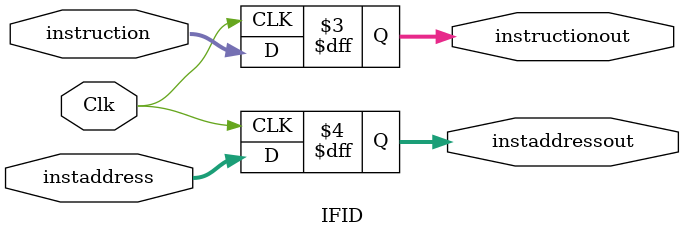
<source format=v>
`timescale 1ns / 1ps


module IFID(
    input Clk,
    input [31:0] instaddress,
    input [31:0] instruction,
    output reg [31:0] instructionout,
    output reg [31:0] instaddressout
    );
    initial begin
        instructionout=0;
        instaddressout=0;
    end
    always @ (posedge Clk)
    begin
          instaddressout<=instaddress;
          instructionout<=instruction;
    end
endmodule

</source>
